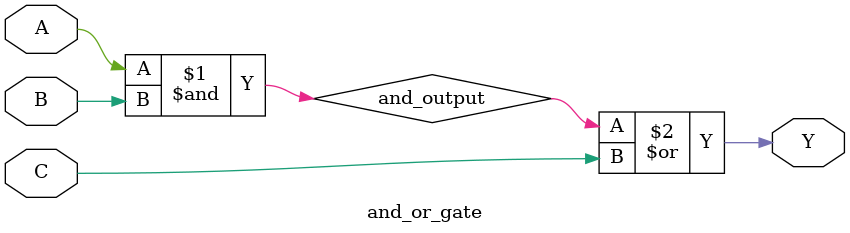
<source format=v>
module and_or_gate(A, B, C, Y);
    input A, B, C;
    output Y;
    wire and_output;

    // AND gate for A and B
    and (and_output, A, B);
    
    // OR gate for the result of AND and input C
    or (Y, and_output, C);
endmodule

</source>
